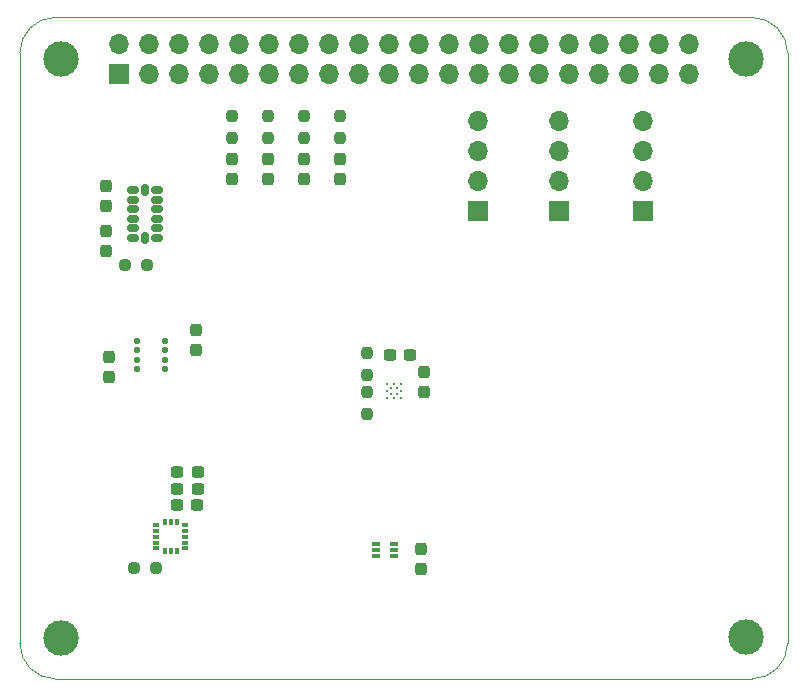
<source format=gbr>
G04 #@! TF.GenerationSoftware,KiCad,Pcbnew,7.0.8*
G04 #@! TF.CreationDate,2024-01-24T18:36:25+01:00*
G04 #@! TF.ProjectId,EDU_V3_0_Raspi_Hat,4544555f-5633-45f3-905f-52617370695f,rev?*
G04 #@! TF.SameCoordinates,Original*
G04 #@! TF.FileFunction,Soldermask,Top*
G04 #@! TF.FilePolarity,Negative*
%FSLAX46Y46*%
G04 Gerber Fmt 4.6, Leading zero omitted, Abs format (unit mm)*
G04 Created by KiCad (PCBNEW 7.0.8) date 2024-01-24 18:36:25*
%MOMM*%
%LPD*%
G01*
G04 APERTURE LIST*
G04 Aperture macros list*
%AMRoundRect*
0 Rectangle with rounded corners*
0 $1 Rounding radius*
0 $2 $3 $4 $5 $6 $7 $8 $9 X,Y pos of 4 corners*
0 Add a 4 corners polygon primitive as box body*
4,1,4,$2,$3,$4,$5,$6,$7,$8,$9,$2,$3,0*
0 Add four circle primitives for the rounded corners*
1,1,$1+$1,$2,$3*
1,1,$1+$1,$4,$5*
1,1,$1+$1,$6,$7*
1,1,$1+$1,$8,$9*
0 Add four rect primitives between the rounded corners*
20,1,$1+$1,$2,$3,$4,$5,0*
20,1,$1+$1,$4,$5,$6,$7,0*
20,1,$1+$1,$6,$7,$8,$9,0*
20,1,$1+$1,$8,$9,$2,$3,0*%
G04 Aperture macros list end*
%ADD10RoundRect,0.087500X-0.187500X-0.087500X0.187500X-0.087500X0.187500X0.087500X-0.187500X0.087500X0*%
%ADD11RoundRect,0.087500X-0.087500X-0.187500X0.087500X-0.187500X0.087500X0.187500X-0.087500X0.187500X0*%
%ADD12C,3.000000*%
%ADD13RoundRect,0.237500X-0.237500X0.250000X-0.237500X-0.250000X0.237500X-0.250000X0.237500X0.250000X0*%
%ADD14RoundRect,0.237500X-0.300000X-0.237500X0.300000X-0.237500X0.300000X0.237500X-0.300000X0.237500X0*%
%ADD15RoundRect,0.237500X0.237500X-0.287500X0.237500X0.287500X-0.237500X0.287500X-0.237500X-0.287500X0*%
%ADD16RoundRect,0.125000X-0.137500X0.125000X-0.137500X-0.125000X0.137500X-0.125000X0.137500X0.125000X0*%
%ADD17RoundRect,0.237500X0.237500X-0.300000X0.237500X0.300000X-0.237500X0.300000X-0.237500X-0.300000X0*%
%ADD18O,1.700000X1.700000*%
%ADD19R,1.700000X1.700000*%
%ADD20RoundRect,0.150000X-0.150000X-0.325000X0.150000X-0.325000X0.150000X0.325000X-0.150000X0.325000X0*%
%ADD21RoundRect,0.150000X-0.325000X-0.150000X0.325000X-0.150000X0.325000X0.150000X-0.325000X0.150000X0*%
%ADD22RoundRect,0.237500X-0.237500X0.300000X-0.237500X-0.300000X0.237500X-0.300000X0.237500X0.300000X0*%
%ADD23RoundRect,0.237500X-0.250000X-0.237500X0.250000X-0.237500X0.250000X0.237500X-0.250000X0.237500X0*%
%ADD24RoundRect,0.237500X0.237500X-0.250000X0.237500X0.250000X-0.237500X0.250000X-0.237500X-0.250000X0*%
%ADD25R,0.700000X0.340000*%
%ADD26C,0.200000*%
%ADD27RoundRect,0.237500X0.300000X0.237500X-0.300000X0.237500X-0.300000X-0.237500X0.300000X-0.237500X0*%
G04 #@! TA.AperFunction,Profile*
%ADD28C,0.100000*%
G04 #@! TD*
G04 APERTURE END LIST*
D10*
X90088000Y-103775000D03*
X90088000Y-104275000D03*
X90088000Y-104775000D03*
X90088000Y-105275000D03*
X90088000Y-105775000D03*
D11*
X90813000Y-106000000D03*
X91313000Y-106000000D03*
X91813000Y-106000000D03*
D10*
X92538000Y-105775000D03*
X92538000Y-105275000D03*
X92538000Y-104775000D03*
X92538000Y-104275000D03*
X92538000Y-103775000D03*
D11*
X91813000Y-103550000D03*
X91313000Y-103550000D03*
X90813000Y-103550000D03*
D12*
X82040000Y-64310000D03*
X140040000Y-64330000D03*
X82040000Y-113320000D03*
X140030000Y-113310000D03*
D13*
X107950000Y-92559500D03*
X107950000Y-94384500D03*
D14*
X93599000Y-100711000D03*
X91874000Y-100711000D03*
D13*
X96520000Y-71016500D03*
X96520000Y-69191500D03*
D15*
X102616000Y-72785000D03*
X102616000Y-74535000D03*
D16*
X90849500Y-88208000D03*
X90849500Y-89008000D03*
X90849500Y-89808000D03*
X90849500Y-90608000D03*
X88474500Y-90608000D03*
X88474500Y-89808000D03*
X88474500Y-89008000D03*
X88474500Y-88208000D03*
D17*
X85852000Y-78893500D03*
X85852000Y-80618500D03*
D15*
X105664000Y-72785000D03*
X105664000Y-74535000D03*
D13*
X102616000Y-71016500D03*
X102616000Y-69191500D03*
D18*
X117358000Y-69606000D03*
X117358000Y-72146000D03*
X117358000Y-74686000D03*
D19*
X117358000Y-77226000D03*
D13*
X99568000Y-71016500D03*
X99568000Y-69191500D03*
D20*
X89154000Y-75470000D03*
D21*
X90154000Y-75470000D03*
X90154000Y-76270000D03*
X90154000Y-77070000D03*
X90154000Y-77870000D03*
X90154000Y-78670000D03*
X90154000Y-79470000D03*
D20*
X89154000Y-79470000D03*
D21*
X88154000Y-79470000D03*
X88154000Y-78670000D03*
X88154000Y-77870000D03*
X88154000Y-77070000D03*
X88154000Y-76270000D03*
X88154000Y-75470000D03*
D22*
X85852000Y-76808500D03*
X85852000Y-75083500D03*
D23*
X89304500Y-81788000D03*
X87479500Y-81788000D03*
D24*
X107950000Y-91082500D03*
X107950000Y-89257500D03*
D25*
X110224000Y-105418000D03*
X110224000Y-105918000D03*
X110224000Y-106418000D03*
X108724000Y-106418000D03*
X108724000Y-105918000D03*
X108724000Y-105418000D03*
D17*
X86106000Y-89561500D03*
X86106000Y-91286500D03*
D26*
X110802000Y-91890000D03*
X110802000Y-92456000D03*
X110802000Y-93022000D03*
X110519000Y-92173000D03*
X110519000Y-92739000D03*
X110236000Y-91890000D03*
X110236000Y-93022000D03*
X109953000Y-92173000D03*
X109953000Y-92739000D03*
X109670000Y-91890000D03*
X109670000Y-92456000D03*
X109670000Y-93022000D03*
D14*
X93599000Y-99314000D03*
X91874000Y-99314000D03*
D15*
X96520000Y-72785000D03*
X96520000Y-74535000D03*
D13*
X105664000Y-71016500D03*
X105664000Y-69191500D03*
D14*
X111606500Y-89408000D03*
X109881500Y-89408000D03*
D18*
X131328000Y-69616000D03*
X131328000Y-72156000D03*
X131328000Y-74696000D03*
D19*
X131328000Y-77236000D03*
D15*
X99568000Y-72785000D03*
X99568000Y-74535000D03*
D22*
X112522000Y-107542500D03*
X112522000Y-105817500D03*
D23*
X90066500Y-107442000D03*
X88241500Y-107442000D03*
D18*
X124216000Y-69606000D03*
X124216000Y-72146000D03*
X124216000Y-74686000D03*
D19*
X124216000Y-77226000D03*
D22*
X112776000Y-92556500D03*
X112776000Y-90831500D03*
D27*
X91847500Y-102108000D03*
X93572500Y-102108000D03*
D22*
X93472000Y-89000500D03*
X93472000Y-87275500D03*
D18*
X135180000Y-63050000D03*
X135180000Y-65590000D03*
X132640000Y-63050000D03*
X132640000Y-65590000D03*
X130100000Y-63050000D03*
X130100000Y-65590000D03*
X127560000Y-63050000D03*
X127560000Y-65590000D03*
X125020000Y-63050000D03*
X125020000Y-65590000D03*
X122480000Y-63050000D03*
X122480000Y-65590000D03*
X119940000Y-63050000D03*
X119940000Y-65590000D03*
X117400000Y-63050000D03*
X117400000Y-65590000D03*
X114860000Y-63050000D03*
X114860000Y-65590000D03*
X112320000Y-63050000D03*
X112320000Y-65590000D03*
X109780000Y-63050000D03*
X109780000Y-65590000D03*
X107240000Y-63050000D03*
X107240000Y-65590000D03*
X104700000Y-63050000D03*
X104700000Y-65590000D03*
X102160000Y-63050000D03*
X102160000Y-65590000D03*
X99620000Y-63050000D03*
X99620000Y-65590000D03*
X97080000Y-63050000D03*
X97080000Y-65590000D03*
X94540000Y-63050000D03*
X94540000Y-65590000D03*
X92000000Y-63050000D03*
X92000000Y-65590000D03*
X89460000Y-63050000D03*
X89460000Y-65590000D03*
X86920000Y-63050000D03*
D19*
X86920000Y-65590000D03*
D28*
X143546356Y-113817611D02*
X143546356Y-63817611D01*
X78546356Y-63817611D02*
X78546356Y-113817611D01*
X140546356Y-116817555D02*
G75*
G03*
X143546350Y-113822847I44J2999955D01*
G01*
X140546356Y-60817611D02*
X81546356Y-60817611D01*
X81546356Y-116817611D02*
X140546356Y-116817611D01*
X143546389Y-63817611D02*
G75*
G03*
X140546356Y-60817611I-2999989J11D01*
G01*
X81546356Y-60817556D02*
G75*
G03*
X78546356Y-63817611I44J-3000044D01*
G01*
X78546389Y-113817611D02*
G75*
G03*
X81546356Y-116817611I3000011J11D01*
G01*
M02*

</source>
